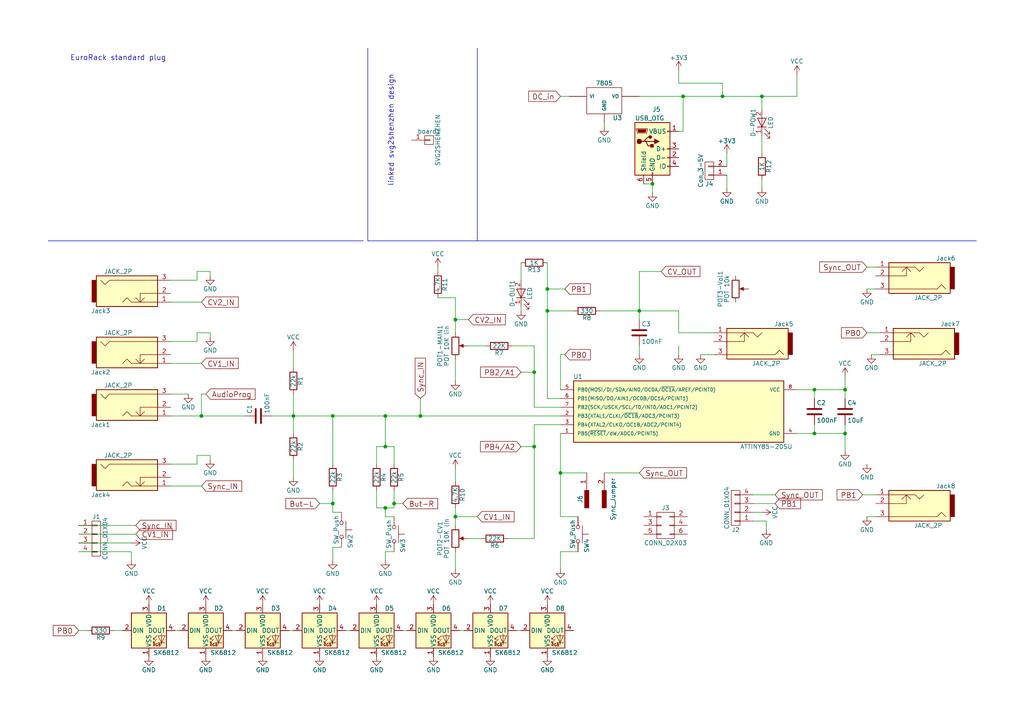
<source format=kicad_sch>
(kicad_sch (version 20230121) (generator eeschema)
  (paper "A4")
  (lib_symbols
    (symbol "8Bit_EuroRack-rescue:JACK_2P" (pin_names (offset 1.016))
      (property "Reference" "J" (at -8.89 -5.08 0))
      (property "Value" "JACK_2P" (at -3.81 6.35 0))
      (symbol "JACK_2P_0_1"
        (rectangle (start -11.43 3.81) (end -10.16 -2.54) (fill (type outline)))
        (polyline (pts (xy 3.81 0) (xy 7.62 0) (xy 7.62 0)))
        (polyline (pts (xy 0 -2.54) (xy -1.27 -1.27) (xy -2.54 -2.54) (xy -2.54 -2.54)))
        (polyline (pts (xy 0 -2.54) (xy 7.62 -2.54) (xy 7.62 -2.54) (xy 7.62 -2.54)))
        (polyline (pts (xy 1.27 -1.27) (xy 2.54 -2.54) (xy 3.81 -1.27) (xy 3.81 -1.27)))
        (polyline (pts (xy 3.81 0) (xy 2.54 0) (xy 2.54 -2.54) (xy 2.54 -2.54)))
        (polyline (pts (xy 7.62 3.81) (xy -6.35 3.81) (xy -7.62 2.54) (xy -8.89 3.81) (xy -8.89 3.81)))
        (rectangle (start 7.62 -3.81) (end -10.16 5.08) (stroke (width 0.254)) (fill (type background)))
      )
      (symbol "JACK_2P_1_1"
        (pin passive line (at 11.43 -2.54 180) (length 3.81) (name "~") (number "1"))
        (pin passive line (at 11.43 0 180) (length 3.81) (name "~") (number "2"))
        (pin passive line (at 11.43 3.81 180) (length 3.81) (name "~") (number "3"))
      )
    )
    (symbol "8Bit_eurorack_special:7805" (pin_numbers hide) (pin_names (offset 0.762))
      (property "Reference" "U" (at 3.81 -4.9784 0))
      (property "Value" "7805" (at 0 5.08 0))
      (symbol "7805_0_1"
        (rectangle (start -5.08 -3.81) (end 5.08 3.81))
      )
      (symbol "7805_1_1"
        (pin input line (at 0 -6.35 90) (length 2.54) (name "GND") (number "GND"))
        (pin input line (at -10.16 1.27 0) (length 5.08) (name "VI") (number "VI"))
        (pin power_out line (at 10.16 1.27 180) (length 5.08) (name "VO") (number "VO"))
      )
    )
    (symbol "8Bit_eurorack_special:ATTINY85-20SU" (pin_names (offset 1.016))
      (property "Reference" "U" (at -29.21 10.16 0))
      (property "Value" "ATTINY85-20SU" (at 25.4 -10.16 0))
      (symbol "ATTINY85-20SU_0_1"
        (rectangle (start -30.48 8.89) (end 30.48 -8.89) (stroke (width 0.254)) (fill (type background)))
      )
      (symbol "ATTINY85-20SU_1_1"
        (pin bidirectional line (at -34.29 -6.35 0) (length 3.81) (name "PB5(~{RESET}/dW/ADC0/PCINT5)") (number "1"))
        (pin bidirectional line (at -34.29 -1.27 0) (length 3.81) (name "PB3(XTAL1/CLKI/~{OC1B}/ADC3/PCINT3)") (number "2"))
        (pin bidirectional line (at -34.29 -3.81 0) (length 3.81) (name "PB4(XTAL2/CLKO/OC1B/ADC2/PCINT4)") (number "3"))
        (pin power_in line (at 34.29 -6.35 180) (length 3.81) (name "GND") (number "4"))
        (pin bidirectional line (at -34.29 6.35 0) (length 3.81) (name "PB0(MOSI/DI/SDA/AIN0/OC0A/~{OC1A}/AREF/PCINT0)") (number "5"))
        (pin bidirectional line (at -34.29 3.81 0) (length 3.81) (name "PB1(MISO/DO/AIN1/OC0B/OC1A/PCINT1)") (number "6"))
        (pin bidirectional line (at -34.29 1.27 0) (length 3.81) (name "PB2(SCK/USCK/SCL/T0/INT0/ADC1/PCINT2)") (number "7"))
        (pin power_in line (at 34.29 6.35 180) (length 3.81) (name "VCC") (number "8"))
      )
    )
    (symbol "8Bit_eurorack_special:C" (pin_numbers hide) (pin_names (offset 0.254))
      (property "Reference" "C" (at 0.635 2.54 0))
      (property "Value" "C" (at 0.635 -2.54 0))
      (symbol "C_0_1"
        (polyline (pts (xy -2.032 -0.762) (xy 2.032 -0.762)) (stroke (width 0.508)))
        (polyline (pts (xy -2.032 0.762) (xy 2.032 0.762)) (stroke (width 0.508)))
      )
      (symbol "C_1_1"
        (pin passive line (at 0 3.81 270) (length 2.794) (name "~") (number "1"))
        (pin passive line (at 0 -3.81 90) (length 2.794) (name "~") (number "2"))
      )
    )
    (symbol "8Bit_eurorack_special:CONN_01X01" (pin_names (offset 1.016) hide)
      (property "Reference" "J" (at 0 2.54 0))
      (property "Value" "CONN_01X01" (at 2.54 0 90))
      (symbol "CONN_01X01_0_1"
        (rectangle (start -1.27 0.127) (end 0.254 -0.127))
        (rectangle (start -1.27 1.27) (end 1.27 -1.27))
      )
      (symbol "CONN_01X01_1_1"
        (pin passive line (at -5.08 0 0) (length 3.81) (name "P1") (number "1"))
      )
    )
    (symbol "8Bit_eurorack_special:CONN_01X02" (pin_names (offset 1.016) hide)
      (property "Reference" "J" (at 0 3.81 0))
      (property "Value" "CONN_01X02" (at 2.54 0 90))
      (symbol "CONN_01X02_0_1"
        (rectangle (start -1.27 -1.143) (end 0.254 -1.397))
        (rectangle (start -1.27 1.397) (end 0.254 1.143))
        (rectangle (start -1.27 2.54) (end 1.27 -2.54))
      )
      (symbol "CONN_01X02_1_1"
        (pin passive line (at -5.08 1.27 0) (length 3.81) (name "P1") (number "1"))
        (pin passive line (at -5.08 -1.27 0) (length 3.81) (name "P2") (number "2"))
      )
    )
    (symbol "8Bit_eurorack_special:CONN_01X02_MALE" (pin_names (offset 1.016) hide)
      (property "Reference" "J" (at 0 4.445 0))
      (property "Value" "CONN_01X02_MALE" (at 0 -5.08 0))
      (symbol "CONN_01X02_MALE_0_1"
        (rectangle (start -2.54 -1.905) (end 2.54 -3.175) (fill (type outline)))
        (rectangle (start -2.54 3.175) (end -2.54 3.175))
        (rectangle (start 2.54 3.175) (end -2.54 1.905) (fill (type outline)))
      )
      (symbol "CONN_01X02_MALE_1_1"
        (pin passive line (at 7.62 2.54 180) (length 5.08) (name "1") (number "1"))
        (pin passive line (at 7.62 -2.54 180) (length 5.08) (name "2") (number "2"))
      )
    )
    (symbol "8Bit_eurorack_special:CONN_01X04" (pin_names (offset 1.016) hide)
      (property "Reference" "J" (at 0 6.35 0))
      (property "Value" "CONN_01X04" (at 2.54 0 90))
      (symbol "CONN_01X04_0_1"
        (rectangle (start -1.27 -3.683) (end 0.254 -3.937))
        (rectangle (start -1.27 -1.143) (end 0.254 -1.397))
        (rectangle (start -1.27 1.397) (end 0.254 1.143))
        (rectangle (start -1.27 3.937) (end 0.254 3.683))
        (rectangle (start -1.27 5.08) (end 1.27 -5.08))
      )
      (symbol "CONN_01X04_1_1"
        (pin passive line (at -5.08 3.81 0) (length 3.81) (name "P1") (number "1"))
        (pin passive line (at -5.08 1.27 0) (length 3.81) (name "P2") (number "2"))
        (pin passive line (at -5.08 -1.27 0) (length 3.81) (name "P3") (number "3"))
        (pin passive line (at -5.08 -3.81 0) (length 3.81) (name "P4") (number "4"))
      )
    )
    (symbol "8Bit_eurorack_special:CONN_02X03" (pin_names (offset 0.0254) hide)
      (property "Reference" "J" (at 0 5.08 0))
      (property "Value" "CONN_02X03" (at 0 -5.08 0))
      (symbol "CONN_02X03_0_1"
        (rectangle (start -2.54 -2.413) (end -1.27 -2.667))
        (rectangle (start -2.54 0.127) (end -1.27 -0.127))
        (rectangle (start -2.54 2.667) (end -1.27 2.413))
        (rectangle (start -2.54 3.81) (end 2.54 -3.81))
        (rectangle (start 1.27 -2.413) (end 2.54 -2.667))
        (rectangle (start 1.27 0.127) (end 2.54 -0.127))
        (rectangle (start 1.27 2.667) (end 2.54 2.413))
      )
      (symbol "CONN_02X03_1_1"
        (pin passive line (at -6.35 2.54 0) (length 3.81) (name "P1") (number "1"))
        (pin passive line (at 6.35 2.54 180) (length 3.81) (name "P2") (number "2"))
        (pin passive line (at -6.35 0 0) (length 3.81) (name "P3") (number "3"))
        (pin passive line (at 6.35 0 180) (length 3.81) (name "P4") (number "4"))
        (pin passive line (at -6.35 -2.54 0) (length 3.81) (name "P5") (number "5"))
        (pin passive line (at 6.35 -2.54 180) (length 3.81) (name "P6") (number "6"))
      )
    )
    (symbol "8Bit_eurorack_special:LED" (pin_names (offset 1.016) hide)
      (property "Reference" "D" (at 0 2.54 0))
      (property "Value" "LED" (at 0 -2.54 0))
      (symbol "LED_0_1"
        (polyline (pts (xy -1.27 -1.27) (xy -1.27 1.27)) (stroke (width 0.2032)))
        (polyline (pts (xy -1.27 0) (xy 1.27 0)))
        (polyline (pts (xy 1.27 -1.27) (xy 1.27 1.27) (xy -1.27 0) (xy 1.27 -1.27)) (stroke (width 0.2032)))
        (polyline (pts (xy -3.048 -0.762) (xy -4.572 -2.286) (xy -3.81 -2.286) (xy -4.572 -2.286) (xy -4.572 -1.524)))
        (polyline (pts (xy -1.778 -0.762) (xy -3.302 -2.286) (xy -2.54 -2.286) (xy -3.302 -2.286) (xy -3.302 -1.524)))
      )
      (symbol "LED_1_1"
        (pin passive line (at -3.81 0 0) (length 2.54) (name "K") (number "1"))
        (pin passive line (at 3.81 0 180) (length 2.54) (name "A") (number "2"))
      )
    )
    (symbol "8Bit_eurorack_special:POT" (pin_numbers hide) (pin_names (offset 1.016) hide)
      (property "Reference" "RV" (at -4.445 0 90))
      (property "Value" "POT" (at -2.54 0 90))
      (symbol "POT_0_1"
        (polyline (pts (xy 2.54 0) (xy 1.524 0)))
        (polyline (pts (xy 1.143 0) (xy 2.286 0.508) (xy 2.286 -0.508)) (fill (type outline)))
        (rectangle (start 1.016 2.54) (end -1.016 -2.54) (stroke (width 0.254)))
      )
      (symbol "POT_1_1"
        (pin passive line (at 0 3.81 270) (length 1.27) (name "1") (number "1"))
        (pin passive line (at 3.81 0 180) (length 1.27) (name "2") (number "2"))
        (pin passive line (at 0 -3.81 90) (length 1.27) (name "3") (number "3"))
      )
    )
    (symbol "8Bit_eurorack_special:R" (pin_numbers hide) (pin_names (offset 0))
      (property "Reference" "R" (at 2.032 0 90))
      (property "Value" "R" (at 0 0 90))
      (symbol "R_0_1"
        (rectangle (start -1.016 -2.54) (end 1.016 2.54) (stroke (width 0.254)))
      )
      (symbol "R_1_1"
        (pin passive line (at 0 3.81 270) (length 1.27) (name "~") (number "1"))
        (pin passive line (at 0 -3.81 90) (length 1.27) (name "~") (number "2"))
      )
    )
    (symbol "8Bit_eurorack_special:SK6812" (pin_names (offset 0.254))
      (property "Reference" "D" (at 5.08 5.715 0))
      (property "Value" "SK6812" (at 1.27 -5.715 0))
      (symbol "SK6812_0_0"
        (text "RGB" (at 2.286 -4.191 0) (effects (font (size 0.762 0.762))))
      )
      (symbol "SK6812_0_1"
        (polyline (pts (xy 1.27 -3.556) (xy 1.778 -3.556)))
        (polyline (pts (xy 1.27 -2.54) (xy 1.778 -2.54)))
        (polyline (pts (xy 4.699 -3.556) (xy 2.667 -3.556)))
        (polyline (pts (xy 2.286 -2.54) (xy 1.27 -3.556) (xy 1.27 -3.048)))
        (polyline (pts (xy 2.286 -1.524) (xy 1.27 -2.54) (xy 1.27 -2.032)))
        (polyline (pts (xy 3.683 -1.016) (xy 3.683 -3.556) (xy 3.683 -4.064)))
        (polyline (pts (xy 4.699 -1.524) (xy 2.667 -1.524) (xy 3.683 -3.556) (xy 4.699 -1.524)))
        (rectangle (start 5.08 5.08) (end -5.08 -5.08) (stroke (width 0.254)) (fill (type background)))
      )
      (symbol "SK6812_1_1"
        (pin power_in line (at 0 -7.62 90) (length 2.54) (name "VSS") (number "1"))
        (pin input line (at -7.62 0 0) (length 2.54) (name "DIN") (number "2"))
        (pin power_in line (at 0 7.62 270) (length 2.54) (name "VDD") (number "3"))
        (pin output line (at 7.62 0 180) (length 2.54) (name "DOUT") (number "4"))
      )
    )
    (symbol "8Bit_eurorack_special:SW_Push" (pin_numbers hide) (pin_names (offset 1.016) hide)
      (property "Reference" "SW" (at 1.27 2.54 0))
      (property "Value" "SW_Push" (at 0 -1.524 0))
      (symbol "SW_Push_0_1"
        (circle (center -2.032 0) (radius 0.508))
        (polyline (pts (xy 0 1.27) (xy 0 3.048)))
        (polyline (pts (xy 2.54 1.27) (xy -2.54 1.27)))
        (circle (center 2.032 0) (radius 0.508))
        (pin passive line (at -5.08 0 0) (length 2.54) (name "1") (number "1"))
        (pin passive line (at 5.08 0 180) (length 2.54) (name "2") (number "2"))
      )
    )
    (symbol "8Bit_eurorack_special:USB_OTG" (pin_names (offset 1.016))
      (property "Reference" "J" (at -5.08 11.43 0))
      (property "Value" "USB_OTG" (at -5.08 8.89 0))
      (symbol "USB_OTG_0_1"
        (rectangle (start -5.08 -7.62) (end 5.08 7.62) (stroke (width 0.254)) (fill (type background)))
        (circle (center -3.81 2.159) (radius 0.635) (stroke (width 0.254)) (fill (type outline)))
        (circle (center -0.635 3.429) (radius 0.381) (stroke (width 0.254)) (fill (type outline)))
        (rectangle (start -0.127 -7.62) (end 0.127 -6.858))
        (polyline (pts (xy -1.905 2.159) (xy 0.635 2.159)) (stroke (width 0.254)))
        (polyline (pts (xy -3.175 2.159) (xy -2.54 2.159) (xy -1.27 3.429) (xy -0.635 3.429)) (stroke (width 0.254)))
        (polyline (pts (xy -2.54 2.159) (xy -1.905 2.159) (xy -1.27 0.889) (xy 0 0.889)) (stroke (width 0.254)))
        (polyline (pts (xy 0.635 2.794) (xy 0.635 1.524) (xy 1.905 2.159) (xy 0.635 2.794)) (stroke (width 0.254)) (fill (type outline)))
        (polyline (pts (xy -4.318 5.588) (xy -1.778 5.588) (xy -2.032 4.826) (xy -4.064 4.826) (xy -4.318 5.588)) (fill (type outline)))
        (polyline (pts (xy -4.699 5.842) (xy -4.699 5.588) (xy -4.445 4.826) (xy -4.445 4.572) (xy -1.651 4.572) (xy -1.651 4.826) (xy -1.397 5.588) (xy -1.397 5.842) (xy -4.699 5.842)))
        (rectangle (start 0.254 1.27) (end -0.508 0.508) (stroke (width 0.254)) (fill (type outline)))
        (rectangle (start 5.08 -5.207) (end 4.318 -4.953))
        (rectangle (start 5.08 -2.667) (end 4.318 -2.413))
        (rectangle (start 5.08 -0.127) (end 4.318 0.127))
        (rectangle (start 5.08 4.953) (end 4.318 5.207))
      )
      (symbol "USB_OTG_1_1"
        (pin power_in line (at 7.62 5.08 180) (length 2.54) (name "VBUS") (number "1"))
        (pin passive line (at 7.62 -2.54 180) (length 2.54) (name "D-") (number "2"))
        (pin passive line (at 7.62 0 180) (length 2.54) (name "D+") (number "3"))
        (pin passive line (at 7.62 -5.08 180) (length 2.54) (name "ID") (number "4"))
        (pin power_in line (at 0 -10.16 90) (length 2.54) (name "GND") (number "5"))
        (pin passive line (at -2.54 -10.16 90) (length 2.54) (name "Shield") (number "6"))
      )
    )
    (symbol "power:+3V3" (power) (pin_names (offset 0))
      (property "Value" "+3V3" (at 0 3.556 0))
      (symbol "+3V3_0_1"
        (polyline (pts (xy -0.762 1.27) (xy 0 2.54)))
        (polyline (pts (xy 0 0) (xy 0 2.54)))
        (polyline (pts (xy 0 2.54) (xy 0.762 1.27)))
      )
      (symbol "+3V3_1_1"
        (pin power_in line (at 0 0 90) (length 0) hide (name "+3V3") (number "1"))
      )
    )
    (symbol "power:GND" (power) (pin_names (offset 0))
      (property "Value" "GND" (at 0 -3.81 0))
      (symbol "GND_0_1"
        (polyline (pts (xy 0 0) (xy 0 -1.27) (xy 1.27 -1.27) (xy 0 -2.54) (xy -1.27 -1.27) (xy 0 -1.27)))
      )
      (symbol "GND_1_1"
        (pin power_in line (at 0 0 270) (length 0) hide (name "GND") (number "1"))
      )
    )
    (symbol "power:VCC" (power) (pin_names (offset 0))
      (property "Value" "VCC" (at 0 3.81 0))
      (symbol "VCC_0_1"
        (polyline (pts (xy -0.762 1.27) (xy 0 2.54)))
        (polyline (pts (xy 0 0) (xy 0 2.54)))
        (polyline (pts (xy 0 2.54) (xy 0.762 1.27)))
      )
      (symbol "VCC_1_1"
        (pin power_in line (at 0 0 90) (length 0) hide (name "VCC") (number "1"))
      )
    )
  )
  (junction (at 121.92 120.65))
  (junction (at 111.76 129.54))
  (junction (at 154.94 107.95))
  (junction (at 189.23 53.34))
  (junction (at 154.94 129.54))
  (junction (at 245.11 125.73))
  (junction (at 58.42 120.65))
  (junction (at 220.98 27.94))
  (junction (at 158.75 90.17))
  (junction (at 85.09 120.65))
  (junction (at 158.75 83.82))
  (junction (at 96.52 120.65))
  (junction (at 111.76 147.32))
  (junction (at 132.08 92.71))
  (junction (at 111.76 120.65))
  (junction (at 209.55 27.94))
  (junction (at 162.56 137.16))
  (junction (at 236.22 125.73))
  (junction (at 114.3 146.05))
  (junction (at 198.12 27.94))
  (junction (at 236.22 113.03))
  (junction (at 96.52 146.05))
  (junction (at 132.08 149.86))
  (junction (at 245.11 113.03))
  (junction (at 185.42 90.17))
  (wire (pts (xy 85.09 133.35) (xy 85.09 138.43)))
  (wire (pts (xy 154.94 107.95) (xy 154.94 118.11)))
  (wire (pts (xy 196.85 24.13) (xy 209.55 24.13)))
  (wire (pts (xy 245.11 113.03) (xy 245.11 115.57)))
  (wire (pts (xy 231.14 113.03) (xy 236.22 113.03)))
  (wire (pts (xy 22.86 157.48) (xy 38.1 157.48)))
  (wire (pts (xy 175.26 35.56) (xy 175.26 36.83)))
  (wire (pts (xy 220.98 27.94) (xy 231.14 27.94)))
  (wire (pts (xy 210.82 50.8) (xy 210.82 54.61)))
  (wire (pts (xy 59.69 114.3) (xy 58.42 114.3)))
  (wire (pts (xy 49.53 87.63) (xy 58.42 87.63)))
  (wire (pts (xy 111.76 129.54) (xy 111.76 120.65)))
  (wire (pts (xy 49.53 140.97) (xy 58.42 140.97)))
  (wire (pts (xy 22.86 152.4) (xy 39.37 152.4)))
  (wire (pts (xy 151.13 76.2) (xy 151.13 81.28)))
  (wire (pts (xy 254 83.82) (xy 251.46 83.82)))
  (wire (pts (xy 224.79 146.05) (xy 218.44 146.05)))
  (wire (pts (xy 236.22 113.03) (xy 236.22 115.57)))
  (wire (pts (xy 196.85 96.52) (xy 207.01 96.52)))
  (wire (pts (xy 167.64 160.02) (xy 162.56 160.02)))
  (wire (pts (xy 189.23 53.34) (xy 186.69 53.34)))
  (wire (pts (xy 185.42 100.33) (xy 185.42 102.87)))
  (wire (pts (xy 118.11 182.88) (xy 116.84 182.88)))
  (wire (pts (xy 111.76 147.32) (xy 114.3 147.32)))
  (wire (pts (xy 196.85 20.32) (xy 196.85 24.13)))
  (wire (pts (xy 58.42 120.65) (xy 71.12 120.65)))
  (wire (pts (xy 57.15 132.08) (xy 60.96 132.08)))
  (wire (pts (xy 162.56 137.16) (xy 170.18 137.16)))
  (wire (pts (xy 209.55 27.94) (xy 220.98 27.94)))
  (wire (pts (xy 85.09 114.3) (xy 85.09 120.65)))
  (wire (pts (xy 109.22 129.54) (xy 109.22 134.62)))
  (wire (pts (xy 57.15 99.06) (xy 49.53 99.06)))
  (wire (pts (xy 148.59 100.33) (xy 154.94 100.33)))
  (wire (pts (xy 49.53 114.3) (xy 54.61 114.3)))
  (wire (pts (xy 109.22 129.54) (xy 111.76 129.54)))
  (wire (pts (xy 236.22 113.03) (xy 245.11 113.03)))
  (wire (pts (xy 254 77.47) (xy 251.46 77.47)))
  (wire (pts (xy 111.76 147.32) (xy 111.76 149.86)))
  (wire (pts (xy 111.76 120.65) (xy 121.92 120.65)))
  (wire (pts (xy 35.56 182.88) (xy 33.02 182.88)))
  (wire (pts (xy 111.76 160.02) (xy 111.76 162.56)))
  (wire (pts (xy 162.56 27.94) (xy 165.1 27.94)))
  (wire (pts (xy 85.09 101.6) (xy 85.09 106.68)))
  (wire (pts (xy 57.15 134.62) (xy 49.53 134.62)))
  (wire (pts (xy 68.58 182.88) (xy 67.31 182.88)))
  (wire (pts (xy 158.75 83.82) (xy 158.75 90.17)))
  (wire (pts (xy 22.86 160.02) (xy 38.1 160.02)))
  (wire (pts (xy 22.86 182.88) (xy 25.4 182.88)))
  (wire (pts (xy 162.56 137.16) (xy 162.56 149.86)))
  (wire (pts (xy 134.62 182.88) (xy 133.35 182.88)))
  (wire (pts (xy 85.09 182.88) (xy 83.82 182.88)))
  (wire (pts (xy 111.76 129.54) (xy 114.3 129.54)))
  (wire (pts (xy 127 77.47) (xy 127 78.74)))
  (wire (pts (xy 207.01 102.87) (xy 203.2 102.87)))
  (wire (pts (xy 154.94 123.19) (xy 162.56 123.19)))
  (wire (pts (xy 198.12 27.94) (xy 209.55 27.94)))
  (wire (pts (xy 58.42 114.3) (xy 58.42 120.65)))
  (wire (pts (xy 162.56 102.87) (xy 163.83 102.87)))
  (wire (pts (xy 231.14 125.73) (xy 236.22 125.73)))
  (wire (pts (xy 163.83 83.82) (xy 158.75 83.82)))
  (wire (pts (xy 78.74 120.65) (xy 85.09 120.65)))
  (wire (pts (xy 114.3 147.32) (xy 114.3 146.05)))
  (wire (pts (xy 116.84 146.05) (xy 114.3 146.05)))
  (wire (pts (xy 52.07 182.88) (xy 50.8 182.88)))
  (wire (pts (xy 255.27 96.52) (xy 251.46 96.52)))
  (wire (pts (xy 254 149.86) (xy 251.46 149.86)))
  (wire (pts (xy 135.89 92.71) (xy 132.08 92.71)))
  (wire (pts (xy 121.92 120.65) (xy 162.56 120.65)))
  (wire (pts (xy 196.85 100.33) (xy 196.85 102.87)))
  (wire (pts (xy 218.44 148.59) (xy 220.98 148.59)))
  (wire (pts (xy 114.3 160.02) (xy 111.76 160.02)))
  (wire (pts (xy 220.98 27.94) (xy 220.98 31.75)))
  (wire (pts (xy 158.75 90.17) (xy 166.37 90.17)))
  (polyline (pts (xy 106.68 69.85) (xy 283.21 69.85)))
  (wire (pts (xy 158.75 90.17) (xy 158.75 115.57)))
  (wire (pts (xy 254 143.51) (xy 250.19 143.51)))
  (wire (pts (xy 114.3 129.54) (xy 114.3 134.62)))
  (wire (pts (xy 57.15 78.74) (xy 57.15 81.28)))
  (wire (pts (xy 85.09 120.65) (xy 85.09 125.73)))
  (wire (pts (xy 185.42 90.17) (xy 185.42 92.71)))
  (wire (pts (xy 96.52 158.75) (xy 96.52 162.56)))
  (wire (pts (xy 185.42 27.94) (xy 198.12 27.94)))
  (wire (pts (xy 154.94 156.21) (xy 147.32 156.21)))
  (wire (pts (xy 132.08 149.86) (xy 132.08 152.4)))
  (wire (pts (xy 236.22 125.73) (xy 245.11 125.73)))
  (wire (pts (xy 154.94 100.33) (xy 154.94 107.95)))
  (wire (pts (xy 220.98 39.37) (xy 220.98 44.45)))
  (wire (pts (xy 57.15 132.08) (xy 57.15 134.62)))
  (wire (pts (xy 38.1 160.02) (xy 38.1 162.56)))
  (wire (pts (xy 101.6 182.88) (xy 100.33 182.88)))
  (wire (pts (xy 154.94 123.19) (xy 154.94 129.54)))
  (wire (pts (xy 236.22 125.73) (xy 236.22 123.19)))
  (wire (pts (xy 135.89 156.21) (xy 139.7 156.21)))
  (wire (pts (xy 96.52 134.62) (xy 96.52 120.65)))
  (wire (pts (xy 231.14 27.94) (xy 231.14 21.59)))
  (wire (pts (xy 189.23 53.34) (xy 189.23 55.88)))
  (wire (pts (xy 57.15 96.52) (xy 57.15 99.06)))
  (wire (pts (xy 222.25 151.13) (xy 222.25 153.67)))
  (wire (pts (xy 111.76 149.86) (xy 114.3 149.86)))
  (wire (pts (xy 96.52 120.65) (xy 111.76 120.65)))
  (wire (pts (xy 245.11 125.73) (xy 245.11 130.81)))
  (wire (pts (xy 151.13 129.54) (xy 154.94 129.54)))
  (wire (pts (xy 138.43 149.86) (xy 132.08 149.86)))
  (wire (pts (xy 162.56 149.86) (xy 167.64 149.86)))
  (wire (pts (xy 60.96 132.08) (xy 60.96 133.35)))
  (wire (pts (xy 158.75 115.57) (xy 162.56 115.57)))
  (wire (pts (xy 224.79 143.51) (xy 218.44 143.51)))
  (wire (pts (xy 96.52 146.05) (xy 96.52 148.59)))
  (wire (pts (xy 162.56 160.02) (xy 162.56 165.1)))
  (wire (pts (xy 57.15 96.52) (xy 60.96 96.52)))
  (wire (pts (xy 121.92 115.57) (xy 121.92 120.65)))
  (wire (pts (xy 49.53 105.41) (xy 58.42 105.41)))
  (wire (pts (xy 151.13 107.95) (xy 154.94 107.95)))
  (wire (pts (xy 132.08 104.14) (xy 132.08 110.49)))
  (wire (pts (xy 151.13 88.9) (xy 151.13 90.17)))
  (wire (pts (xy 255.27 102.87) (xy 252.73 102.87)))
  (wire (pts (xy 96.52 142.24) (xy 96.52 146.05)))
  (wire (pts (xy 132.08 147.32) (xy 132.08 149.86)))
  (wire (pts (xy 158.75 76.2) (xy 158.75 83.82)))
  (wire (pts (xy 154.94 118.11) (xy 162.56 118.11)))
  (wire (pts (xy 109.22 147.32) (xy 111.76 147.32)))
  (wire (pts (xy 114.3 146.05) (xy 114.3 142.24)))
  (wire (pts (xy 57.15 78.74) (xy 60.96 78.74)))
  (wire (pts (xy 109.22 142.24) (xy 109.22 147.32)))
  (wire (pts (xy 60.96 78.74) (xy 60.96 80.01)))
  (polyline (pts (xy 106.68 13.97) (xy 106.68 69.85)))
  (wire (pts (xy 49.53 120.65) (xy 58.42 120.65)))
  (wire (pts (xy 60.96 96.52) (xy 60.96 97.79)))
  (wire (pts (xy 245.11 109.22) (xy 245.11 113.03)))
  (wire (pts (xy 154.94 129.54) (xy 154.94 156.21)))
  (wire (pts (xy 99.06 158.75) (xy 96.52 158.75)))
  (wire (pts (xy 209.55 24.13) (xy 209.55 27.94)))
  (wire (pts (xy 245.11 123.19) (xy 245.11 125.73)))
  (wire (pts (xy 185.42 78.74) (xy 185.42 90.17)))
  (wire (pts (xy 173.99 90.17) (xy 185.42 90.17)))
  (polyline (pts (xy 105.41 69.85) (xy 13.97 69.85)))
  (polyline (pts (xy 138.43 13.97) (xy 138.43 69.85)))
  (wire (pts (xy 85.09 120.65) (xy 96.52 120.65)))
  (wire (pts (xy 220.98 52.07) (xy 220.98 54.61)))
  (wire (pts (xy 132.08 92.71) (xy 132.08 96.52)))
  (wire (pts (xy 210.82 44.45) (xy 210.82 48.26)))
  (wire (pts (xy 57.15 81.28) (xy 49.53 81.28)))
  (wire (pts (xy 185.42 78.74) (xy 191.77 78.74)))
  (wire (pts (xy 196.85 90.17) (xy 196.85 96.52)))
  (wire (pts (xy 96.52 148.59) (xy 99.06 148.59)))
  (wire (pts (xy 22.86 154.94) (xy 39.37 154.94)))
  (wire (pts (xy 132.08 160.02) (xy 132.08 165.1)))
  (wire (pts (xy 127 86.36) (xy 132.08 86.36)))
  (wire (pts (xy 132.08 135.89) (xy 132.08 139.7)))
  (wire (pts (xy 162.56 125.73) (xy 162.56 137.16)))
  (wire (pts (xy 196.85 38.1) (xy 198.12 38.1)))
  (wire (pts (xy 132.08 86.36) (xy 132.08 92.71)))
  (wire (pts (xy 198.12 38.1) (xy 198.12 27.94)))
  (wire (pts (xy 135.89 100.33) (xy 140.97 100.33)))
  (wire (pts (xy 151.13 182.88) (xy 149.86 182.88)))
  (wire (pts (xy 185.42 90.17) (xy 196.85 90.17)))
  (wire (pts (xy 92.71 146.05) (xy 96.52 146.05)))
  (wire (pts (xy 175.26 137.16) (xy 185.42 137.16)))
  (wire (pts (xy 218.44 151.13) (xy 222.25 151.13)))
  (wire (pts (xy 162.56 113.03) (xy 162.56 102.87)))
  (text "linked svg2shenzhen design" (at 114.3 21.59 90) (effects (font (size 1.524 1.524)) (justify right bottom)))
  (text "EuroRack standard plug" (at 20.32 17.78 0) (effects (font (size 1.524 1.524)) (justify left bottom)))
  (global_label "PB4/A2" (shape input) (at 151.13 129.54 180) (effects (font (size 1.524 1.524))) (property "Intersheetrefs" "${INTERSHEET_REFS}" (effects hide)))
  (global_label "Sync_OUT" (shape input) (at 185.42 137.16 0) (effects (font (size 1.524 1.524))) (property "Intersheetrefs" "${INTERSHEET_REFS}" (effects hide)))
  (global_label "Sync_IN" (shape input) (at 58.42 140.97 0) (effects (font (size 1.524 1.524))) (property "Intersheetrefs" "${INTERSHEET_REFS}" (effects hide)))
  (global_label "PB1" (shape input) (at 224.79 146.05 0) (effects (font (size 1.524 1.524))) (property "Intersheetrefs" "${INTERSHEET_REFS}" (effects hide)))
  (global_label "CV_OUT" (shape input) (at 191.77 78.74 0) (effects (font (size 1.524 1.524))) (property "Intersheetrefs" "${INTERSHEET_REFS}" (effects hide)))
  (global_label "CV1_IN" (shape input) (at 39.37 154.94 0) (effects (font (size 1.524 1.524))) (property "Intersheetrefs" "${INTERSHEET_REFS}" (effects hide)))
  (global_label "PB2/A1" (shape input) (at 151.13 107.95 180) (effects (font (size 1.524 1.524))) (property "Intersheetrefs" "${INTERSHEET_REFS}" (effects hide)))
  (global_label "AudioProg" (shape input) (at 59.69 114.3 0) (effects (font (size 1.524 1.524))) (property "Intersheetrefs" "${INTERSHEET_REFS}" (effects hide)))
  (global_label "DC_in" (shape input) (at 162.56 27.94 180) (effects (font (size 1.524 1.524))) (property "Intersheetrefs" "${INTERSHEET_REFS}" (effects hide)))
  (global_label "Sync_OUT" (shape input) (at 251.46 77.47 180) (effects (font (size 1.524 1.524))) (property "Intersheetrefs" "${INTERSHEET_REFS}" (effects hide)))
  (global_label "PB1" (shape input) (at 163.83 83.82 0) (effects (font (size 1.524 1.524))) (property "Intersheetrefs" "${INTERSHEET_REFS}" (effects hide)))
  (global_label "PB1" (shape input) (at 250.19 143.51 180) (effects (font (size 1.524 1.524))) (property "Intersheetrefs" "${INTERSHEET_REFS}" (effects hide)))
  (global_label "PB0" (shape input) (at 22.86 182.88 180) (effects (font (size 1.524 1.524))) (property "Intersheetrefs" "${INTERSHEET_REFS}" (effects hide)))
  (global_label "Sync_IN" (shape input) (at 121.92 115.57 90) (effects (font (size 1.524 1.524))) (property "Intersheetrefs" "${INTERSHEET_REFS}" (effects hide)))
  (global_label "Sync_IN" (shape input) (at 39.37 152.4 0) (effects (font (size 1.524 1.524))) (property "Intersheetrefs" "${INTERSHEET_REFS}" (effects hide)))
  (global_label "PB0" (shape input) (at 251.46 96.52 180) (effects (font (size 1.524 1.524))) (property "Intersheetrefs" "${INTERSHEET_REFS}" (effects hide)))
  (global_label "CV2_IN" (shape input) (at 58.42 87.63 0) (effects (font (size 1.524 1.524))) (property "Intersheetrefs" "${INTERSHEET_REFS}" (effects hide)))
  (global_label "But-R" (shape input) (at 116.84 146.05 0) (effects (font (size 1.524 1.524))) (property "Intersheetrefs" "${INTERSHEET_REFS}" (effects hide)))
  (global_label "CV2_IN" (shape input) (at 135.89 92.71 0) (effects (font (size 1.524 1.524))) (property "Intersheetrefs" "${INTERSHEET_REFS}" (effects hide)))
  (global_label "CV1_IN" (shape input) (at 58.42 105.41 0) (effects (font (size 1.524 1.524))) (property "Intersheetrefs" "${INTERSHEET_REFS}" (effects hide)))
  (global_label "PB0" (shape input) (at 163.83 102.87 0) (effects (font (size 1.524 1.524))) (property "Intersheetrefs" "${INTERSHEET_REFS}" (effects hide)))
  (global_label "But-L" (shape input) (at 92.71 146.05 180) (effects (font (size 1.524 1.524))) (property "Intersheetrefs" "${INTERSHEET_REFS}" (effects hide)))
  (global_label "Sync_OUT" (shape input) (at 224.79 143.51 0) (effects (font (size 1.524 1.524))) (property "Intersheetrefs" "${INTERSHEET_REFS}" (effects hide)))
  (global_label "CV1_IN" (shape input) (at 138.43 149.86 0) (effects (font (size 1.524 1.524))) (property "Intersheetrefs" "${INTERSHEET_REFS}" (effects hide)))
  (symbol (lib_id "8Bit_eurorack_special:POT") (at 132.08 156.21 0) (unit 1)
    (property "Reference" "POT2-CV1" (at 127.635 156.21 90))
    (property "Value" "POT 10K lin" (at 129.54 156.21 90))
    (property "Footprint" "8BitMixtape_Stomp:Mixtape_Pot_Alps_RK09L_Sleve_Single_Horizontal" (effects hide))
  )
  (symbol (lib_id "8Bit_eurorack_special:POT") (at 132.08 100.33 0) (unit 1)
    (property "Reference" "POT1-MAIN1" (at 127.635 100.33 90))
    (property "Value" "POT 10K lin" (at 129.54 100.33 90))
    (property "Footprint" "8BitMixtape_Stomp:Mixtape_Pot_Alps_RK09L_Sleve_Single_Horizontal" (effects hide))
  )
  (symbol (lib_id "8Bit_eurorack_special:POT") (at 213.36 83.82 0) (unit 1)
    (property "Reference" "POT3-Vol1" (at 208.915 83.82 90))
    (property "Value" "POT 10k" (at 210.82 83.82 90))
    (property "Footprint" "8BitMixtape_Stomp:Mixtape_Pot_Alps_RK09L_Sleve_Single_Horizontal" (effects hide))
  )
  (symbol (lib_id "8Bit_eurorack_special:R") (at 127 82.55 0) (unit 1)
    (property "Reference" "R11" (at 129.032 82.55 90))
    (property "Value" "4.7K" (at 127 82.55 90))
    (property "Footprint" "8Bitmixtape_reworked:R_1206_HandSoldering" (effects hide))
  )
  (symbol (lib_id "8Bit_eurorack_special:R") (at 132.08 143.51 0) (unit 1)
    (property "Reference" "R10" (at 134.112 143.51 90))
    (property "Value" "4.7K" (at 132.08 143.51 90))
    (property "Footprint" "8Bitmixtape_reworked:R_1206_HandSoldering" (effects hide))
  )
  (symbol (lib_id "8Bit_eurorack_special:C") (at 74.93 120.65 90) (unit 1)
    (property "Reference" "C1" (at 72.39 120.015 0) (effects (justify left)))
    (property "Value" "100nF" (at 77.47 120.015 0) (effects (justify left)))
    (property "Footprint" "8Bit_Eurorack:C_1206_HandSoldering" (effects hide))
  )
  (symbol (lib_id "8Bit_eurorack_special:C") (at 236.22 119.38 0) (unit 1)
    (property "Reference" "C2" (at 236.855 116.84 0) (effects (justify left)))
    (property "Value" "100nF" (at 236.855 121.92 0) (effects (justify left)))
    (property "Footprint" "8Bit_Eurorack:C_1206_HandSoldering" (effects hide))
  )
  (symbol (lib_id "8Bit_eurorack_special:C") (at 185.42 96.52 0) (unit 1)
    (property "Reference" "C3" (at 186.055 93.98 0) (effects (justify left)))
    (property "Value" "100nF" (at 186.055 99.06 0) (effects (justify left)))
    (property "Footprint" "8Bit_Eurorack:C_1206_HandSoldering" (effects hide))
  )
  (symbol (lib_id "power:GND") (at 132.08 110.49 0) (unit 1)
    (property "Reference" "#PWR01" (effects hide))
    (property "Value" "GND" (at 132.08 114.3 0))
  )
  (symbol (lib_id "power:VCC") (at 127 77.47 0) (unit 1)
    (property "Reference" "#PWR02" (effects hide))
    (property "Value" "VCC" (at 127 73.66 0))
  )
  (symbol (lib_id "power:VCC") (at 132.08 135.89 0) (unit 1)
    (property "Reference" "#PWR03" (effects hide))
    (property "Value" "VCC" (at 132.08 132.08 0))
  )
  (symbol (lib_id "8Bit_eurorack_special:R") (at 144.78 100.33 270) (unit 1)
    (property "Reference" "R7" (at 144.78 102.362 90))
    (property "Value" "22K" (at 144.78 100.33 90))
    (property "Footprint" "8Bitmixtape_reworked:R_1206_HandSoldering" (effects hide))
  )
  (symbol (lib_id "8Bit_eurorack_special:R") (at 143.51 156.21 270) (unit 1)
    (property "Reference" "R6" (at 143.51 158.242 90))
    (property "Value" "22K" (at 143.51 156.21 90))
    (property "Footprint" "8Bitmixtape_reworked:R_1206_HandSoldering" (effects hide))
  )
  (symbol (lib_id "8Bit_eurorack_special:R") (at 85.09 110.49 0) (unit 1)
    (property "Reference" "R1" (at 87.122 110.49 90))
    (property "Value" "22k" (at 85.09 110.49 90))
    (property "Footprint" "8Bitmixtape_reworked:R_1206_HandSoldering" (effects hide))
  )
  (symbol (lib_id "8Bit_eurorack_special:R") (at 85.09 129.54 0) (unit 1)
    (property "Reference" "R2" (at 87.122 129.54 90))
    (property "Value" "22k" (at 85.09 129.54 90))
    (property "Footprint" "8Bitmixtape_reworked:R_1206_HandSoldering" (effects hide))
  )
  (symbol (lib_id "power:GND") (at 85.09 138.43 0) (unit 1)
    (property "Reference" "#PWR04" (effects hide))
    (property "Value" "GND" (at 85.09 142.24 0))
  )
  (symbol (lib_id "power:VCC") (at 85.09 101.6 0) (unit 1)
    (property "Reference" "#PWR05" (effects hide))
    (property "Value" "VCC" (at 85.09 97.79 0))
  )
  (symbol (lib_id "power:GND") (at 132.08 165.1 0) (unit 1)
    (property "Reference" "#PWR06" (effects hide))
    (property "Value" "GND" (at 132.08 168.91 0))
  )
  (symbol (lib_id "8Bit_eurorack_special:R") (at 96.52 138.43 0) (unit 1)
    (property "Reference" "R3" (at 98.552 138.43 90))
    (property "Value" "22k" (at 96.52 138.43 90))
    (property "Footprint" "8Bitmixtape_reworked:R_1206_HandSoldering" (effects hide))
  )
  (symbol (lib_id "8Bit_eurorack_special:R") (at 109.22 138.43 0) (unit 1)
    (property "Reference" "R4" (at 111.252 138.43 90))
    (property "Value" "22k" (at 109.22 138.43 90))
    (property "Footprint" "8Bitmixtape_reworked:R_1206_HandSoldering" (effects hide))
  )
  (symbol (lib_id "8Bit_eurorack_special:R") (at 114.3 138.43 0) (unit 1)
    (property "Reference" "R5" (at 116.332 138.43 90))
    (property "Value" "22k" (at 114.3 138.43 90))
    (property "Footprint" "8Bitmixtape_reworked:R_1206_HandSoldering" (effects hide))
  )
  (symbol (lib_id "power:GND") (at 111.76 162.56 0) (unit 1)
    (property "Reference" "#PWR07" (effects hide))
    (property "Value" "GND" (at 111.76 166.37 0))
  )
  (symbol (lib_id "power:GND") (at 96.52 162.56 0) (unit 1)
    (property "Reference" "#PWR08" (effects hide))
    (property "Value" "GND" (at 96.52 166.37 0))
  )
  (symbol (lib_id "8Bit_eurorack_special:R") (at 170.18 90.17 270) (unit 1)
    (property "Reference" "R8" (at 170.18 92.202 90))
    (property "Value" "330" (at 170.18 90.17 90))
    (property "Footprint" "8Bitmixtape_reworked:R_1206_HandSoldering" (effects hide))
  )
  (symbol (lib_id "power:GND") (at 185.42 102.87 0) (unit 1)
    (property "Reference" "#PWR09" (effects hide))
    (property "Value" "GND" (at 185.42 106.68 0))
  )
  (symbol (lib_id "power:GND") (at 196.85 102.87 0) (unit 1)
    (property "Reference" "#PWR048" (effects hide))
    (property "Value" "GND" (at 196.85 106.68 0))
  )
  (symbol (lib_id "power:GND") (at 251.46 134.62 0) (unit 1)
    (property "Reference" "#PWR010" (effects hide))
    (property "Value" "GND" (at 251.46 138.43 0))
  )
  (symbol (lib_id "power:GND") (at 60.96 97.79 0) (unit 1)
    (property "Reference" "#PWR011" (effects hide))
    (property "Value" "GND" (at 60.96 101.6 0))
  )
  (symbol (lib_id "power:GND") (at 38.1 162.56 0) (unit 1)
    (property "Reference" "#PWR012" (effects hide))
    (property "Value" "GND" (at 38.1 166.37 0))
  )
  (symbol (lib_id "power:VCC") (at 38.1 157.48 270) (unit 1)
    (property "Reference" "#PWR013" (effects hide))
    (property "Value" "VCC" (at 41.91 157.48 0))
  )
  (symbol (lib_id "8Bit_eurorack_special:CONN_01X02_MALE") (at 172.72 144.78 90) (unit 1)
    (property "Reference" "J6" (at 168.275 144.78 0))
    (property "Value" "Sync_Jumper" (at 177.8 144.78 0))
    (property "Footprint" "8Bit_Eurorack:Sync_jumper" (effects hide))
  )
  (symbol (lib_id "8Bit_eurorack_special:C") (at 245.11 119.38 0) (unit 1)
    (property "Reference" "C4" (at 245.745 116.84 0) (effects (justify left)))
    (property "Value" "10uF" (at 245.745 121.92 0) (effects (justify left)))
    (property "Footprint" "8Bit_Eurorack:C_1206_HandSoldering" (effects hide))
  )
  (symbol (lib_id "power:VCC") (at 245.11 109.22 0) (unit 1)
    (property "Reference" "#PWR014" (effects hide))
    (property "Value" "VCC" (at 245.11 105.41 0))
  )
  (symbol (lib_id "power:GND") (at 245.11 130.81 0) (unit 1)
    (property "Reference" "#PWR015" (effects hide))
    (property "Value" "GND" (at 245.11 134.62 0))
  )
  (symbol (lib_id "power:GND") (at 162.56 165.1 0) (unit 1)
    (property "Reference" "#PWR016" (effects hide))
    (property "Value" "GND" (at 162.56 168.91 0))
  )
  (symbol (lib_id "8Bit_eurorack_special:ATTINY85-20SU") (at 196.85 119.38 0) (unit 1)
    (property "Reference" "U1" (at 167.64 109.22 0))
    (property "Value" "ATTINY85-20SU" (at 222.25 129.54 0))
    (property "Footprint" "8Bit_Eurorack:Attiny_DIP-8_W7.62mm_mod" (effects hide))
  )
  (symbol (lib_id "8Bit_eurorack_special:SW_Push") (at 99.06 153.67 270) (unit 1)
    (property "Reference" "SW2" (at 101.6 154.94 0) (effects (justify left)))
    (property "Value" "SW_Push" (at 97.536 153.67 0))
    (property "Footprint" "8Bit_Eurorack:TACTILE-PTH_6mm_SMD" (effects hide))
  )
  (symbol (lib_id "8Bit_eurorack_special:SW_Push") (at 114.3 154.94 270) (unit 1)
    (property "Reference" "SW3" (at 116.84 156.21 0) (effects (justify left)))
    (property "Value" "SW_Push" (at 112.776 154.94 0))
    (property "Footprint" "8Bit_Eurorack:TACTILE-PTH_6mm_SMD" (effects hide))
  )
  (symbol (lib_id "8Bit_eurorack_special:LED") (at 151.13 85.09 90) (unit 1)
    (property "Reference" "D-OUT1" (at 148.59 85.09 0))
    (property "Value" "LED" (at 153.67 85.09 0))
    (property "Footprint" "8Bit_Eurorack:LED_2835_minimal" (effects hide))
  )
  (symbol (lib_id "8Bit_eurorack_special:R") (at 154.94 76.2 270) (unit 1)
    (property "Reference" "R13" (at 154.94 78.232 90))
    (property "Value" "1K" (at 154.94 76.2 90))
    (property "Footprint" "8Bitmixtape_reworked:R_1206_HandSoldering" (effects hide))
  )
  (symbol (lib_id "power:GND") (at 151.13 90.17 0) (unit 1)
    (property "Reference" "#PWR017" (effects hide))
    (property "Value" "GND" (at 151.13 93.98 0))
  )
  (symbol (lib_id "8Bit_eurorack_special:7805") (at 175.26 29.21 0) (unit 1)
    (property "Reference" "U3" (at 179.07 34.1884 0))
    (property "Value" "7805" (at 175.26 24.13 0))
    (property "Footprint" "TO_SOT_Packages_SMD:TO-252-3_TabPin2" (effects hide))
  )
  (symbol (lib_id "power:GND") (at 175.26 36.83 0) (unit 1)
    (property "Reference" "#PWR018" (effects hide))
    (property "Value" "GND" (at 175.26 40.64 0))
  )
  (symbol (lib_id "power:VCC") (at 231.14 21.59 0) (unit 1)
    (property "Reference" "#PWR019" (effects hide))
    (property "Value" "VCC" (at 231.14 17.78 0))
  )
  (symbol (lib_id "8Bit_eurorack_special:USB_OTG") (at 189.23 43.18 0) (unit 1)
    (property "Reference" "J5" (at 189.23 31.75 0) (effects (justify left)))
    (property "Value" "USB_OTG" (at 184.15 34.29 0) (effects (justify left)))
    (property "Footprint" "8Bit_Eurorack:USB_Micro-B" (effects hide))
  )
  (symbol (lib_id "power:GND") (at 189.23 55.88 0) (unit 1)
    (property "Reference" "#PWR020" (effects hide))
    (property "Value" "GND" (at 189.23 59.69 0))
  )
  (symbol (lib_id "8Bit_eurorack_special:LED") (at 220.98 35.56 90) (unit 1)
    (property "Reference" "D-POW1" (at 218.44 35.56 0))
    (property "Value" "LED" (at 223.52 35.56 0))
    (property "Footprint" "8Bit_Eurorack:LED_2835_minimal" (effects hide))
  )
  (symbol (lib_id "8Bit_eurorack_special:R") (at 220.98 48.26 0) (unit 1)
    (property "Reference" "R12" (at 223.012 48.26 90))
    (property "Value" "1K" (at 220.98 48.26 90))
    (property "Footprint" "8Bitmixtape_reworked:R_1206_HandSoldering" (effects hide))
  )
  (symbol (lib_id "power:GND") (at 220.98 54.61 0) (unit 1)
    (property "Reference" "#PWR021" (effects hide))
    (property "Value" "GND" (at 220.98 58.42 0))
  )
  (symbol (lib_id "8Bit_eurorack_special:SW_Push") (at 167.64 154.94 270) (unit 1)
    (property "Reference" "SW4" (at 170.18 156.21 0) (effects (justify left)))
    (property "Value" "SW_Push" (at 166.116 154.94 0))
    (property "Footprint" "8Bit_Eurorack:SW_SPST_FSMSM" (effects hide))
  )
  (symbol (lib_id "8Bit_eurorack_special:CONN_02X03") (at 193.04 152.4 0) (unit 1)
    (property "Reference" "J3" (at 193.04 147.32 0))
    (property "Value" "CONN_02X03" (at 193.04 157.48 0))
    (property "Footprint" "8Bit_Eurorack:Socket_Strip_Straight_2x03_Pitch2.54mm" (effects hide))
  )
  (symbol (lib_id "8Bit_eurorack_special:CONN_01X04") (at 213.36 147.32 180) (unit 1)
    (property "Reference" "J2" (at 213.36 153.67 0))
    (property "Value" "CONN_01X04" (at 210.82 147.32 90))
    (property "Footprint" "8Bit_Eurorack:Angled_1x04_Pitch2.54mm-flip" (effects hide))
  )
  (symbol (lib_id "power:GND") (at 222.25 153.67 0) (unit 1)
    (property "Reference" "#PWR022" (effects hide))
    (property "Value" "GND" (at 222.25 157.48 0))
  )
  (symbol (lib_id "power:VCC") (at 220.98 148.59 270) (unit 1)
    (property "Reference" "#PWR023" (effects hide))
    (property "Value" "VCC" (at 224.79 148.59 0))
  )
  (symbol (lib_id "8Bit_eurorack_special:CONN_01X02") (at 205.74 49.53 180) (unit 1)
    (property "Reference" "J4" (at 205.74 53.34 0))
    (property "Value" "Con_3-5V" (at 203.2 49.53 90))
    (property "Footprint" "8Bit_Eurorack:Bat_connector_SMD" (effects hide))
  )
  (symbol (lib_id "power:GND") (at 210.82 54.61 0) (unit 1)
    (property "Reference" "#PWR024" (effects hide))
    (property "Value" "GND" (at 210.82 58.42 0))
  )
  (symbol (lib_id "power:+3V3") (at 196.85 20.32 0) (unit 1)
    (property "Reference" "#PWR025" (effects hide))
    (property "Value" "+3V3" (at 196.85 16.764 0))
  )
  (symbol (lib_id "power:+3V3") (at 210.82 44.45 0) (unit 1)
    (property "Reference" "#PWR026" (effects hide))
    (property "Value" "+3V3" (at 210.82 40.894 0))
  )
  (symbol (lib_id "power:GND") (at 43.18 190.5 0) (unit 1)
    (property "Reference" "#PWR027" (effects hide))
    (property "Value" "GND" (at 43.18 194.31 0))
  )
  (symbol (lib_id "power:VCC") (at 43.18 175.26 0) (unit 1)
    (property "Reference" "#PWR028" (effects hide))
    (property "Value" "VCC" (at 43.18 171.45 0))
  )
  (symbol (lib_id "8Bit_eurorack_special:R") (at 29.21 182.88 270) (unit 1)
    (property "Reference" "R9" (at 29.21 184.912 90))
    (property "Value" "330" (at 29.21 182.88 90))
    (property "Footprint" "8Bitmixtape_reworked:R_1206_HandSoldering" (effects hide))
  )
  (symbol (lib_id "8Bit_eurorack_special:CONN_01X01") (at 124.46 40.64 0) (unit 1)
    (property "Reference" "board1" (at 124.46 38.1 0))
    (property "Value" "SVG2SHENZHEN" (at 127 40.64 90))
    (property "Footprint" "8Bit_Eurorack:8Bit_EuroRack-NEO" (effects hide))
  )
  (symbol (lib_id "8Bit_eurorack_special:CONN_01X04") (at 27.94 156.21 0) (unit 1)
    (property "Reference" "J1" (at 27.94 149.86 0))
    (property "Value" "CONN_01X04" (at 30.48 156.21 90))
    (property "Footprint" "8Bit_Eurorack:Angled_1x04_Pitch2.54mm-flip" (effects hide))
  )
  (symbol (lib_id "power:GND") (at 59.69 190.5 0) (unit 1)
    (property "Reference" "#PWR029" (effects hide))
    (property "Value" "GND" (at 59.69 194.31 0))
  )
  (symbol (lib_id "power:VCC") (at 59.69 175.26 0) (unit 1)
    (property "Reference" "#PWR030" (effects hide))
    (property "Value" "VCC" (at 59.69 171.45 0))
  )
  (symbol (lib_id "power:GND") (at 76.2 190.5 0) (unit 1)
    (property "Reference" "#PWR031" (effects hide))
    (property "Value" "GND" (at 76.2 194.31 0))
  )
  (symbol (lib_id "power:VCC") (at 76.2 175.26 0) (unit 1)
    (property "Reference" "#PWR032" (effects hide))
    (property "Value" "VCC" (at 76.2 171.45 0))
  )
  (symbol (lib_id "power:GND") (at 92.71 190.5 0) (unit 1)
    (property "Reference" "#PWR033" (effects hide))
    (property "Value" "GND" (at 92.71 194.31 0))
  )
  (symbol (lib_id "power:VCC") (at 92.71 175.26 0) (unit 1)
    (property "Reference" "#PWR034" (effects hide))
    (property "Value" "VCC" (at 92.71 171.45 0))
  )
  (symbol (lib_id "power:GND") (at 109.22 190.5 0) (unit 1)
    (property "Reference" "#PWR035" (effects hide))
    (property "Value" "GND" (at 109.22 194.31 0))
  )
  (symbol (lib_id "power:VCC") (at 109.22 175.26 0) (unit 1)
    (property "Reference" "#PWR036" (effects hide))
    (property "Value" "VCC" (at 109.22 171.45 0))
  )
  (symbol (lib_id "power:GND") (at 125.73 190.5 0) (unit 1)
    (property "Reference" "#PWR037" (effects hide))
    (property "Value" "GND" (at 125.73 194.31 0))
  )
  (symbol (lib_id "power:VCC") (at 125.73 175.26 0) (unit 1)
    (property "Reference" "#PWR038" (effects hide))
    (property "Value" "VCC" (at 125.73 171.45 0))
  )
  (symbol (lib_id "power:GND") (at 142.24 190.5 0) (unit 1)
    (property "Reference" "#PWR039" (effects hide))
    (property "Value" "GND" (at 142.24 194.31 0))
  )
  (symbol (lib_id "power:VCC") (at 142.24 175.26 0) (unit 1)
    (property "Reference" "#PWR040" (effects hide))
    (property "Value" "VCC" (at 142.24 171.45 0))
  )
  (symbol (lib_id "power:GND") (at 158.75 190.5 0) (unit 1)
    (property "Reference" "#PWR041" (effects hide))
    (property "Value" "GND" (at 158.75 194.31 0))
  )
  (symbol (lib_id "power:VCC") (at 158.75 175.26 0) (unit 1)
    (property "Reference" "#PWR042" (effects hide))
    (property "Value" "VCC" (at 158.75 171.45 0))
  )
  (symbol (lib_id "8Bit_eurorack_special:SK6812") (at 43.18 182.88 0) (unit 1)
    (property "Reference" "D1" (at 48.26 177.165 0) (effects (justify right bottom)))
    (property "Value" "SK6812" (at 44.45 188.595 0) (effects (justify left top)))
    (property "Footprint" "8Bit_Eurorack:Mixtape_NEO_WS2812B" (effects hide))
  )
  (symbol (lib_id "8Bit_eurorack_special:SK6812") (at 59.69 182.88 0) (unit 1)
    (property "Reference" "D2" (at 64.77 177.165 0) (effects (justify right bottom)))
    (property "Value" "SK6812" (at 60.96 188.595 0) (effects (justify left top)))
    (property "Footprint" "8Bit_Eurorack:Mixtape_NEO_WS2812B" (effects hide))
  )
  (symbol (lib_id "8Bit_eurorack_special:SK6812") (at 76.2 182.88 0) (unit 1)
    (property "Reference" "D3" (at 81.28 177.165 0) (effects (justify right bottom)))
    (property "Value" "SK6812" (at 77.47 188.595 0) (effects (justify left top)))
    (property "Footprint" "8Bit_Eurorack:Mixtape_NEO_WS2812B" (effects hide))
  )
  (symbol (lib_id "8Bit_eurorack_special:SK6812") (at 92.71 182.88 0) (unit 1)
    (property "Reference" "D4" (at 97.79 177.165 0) (effects (justify right bottom)))
    (property "Value" "SK6812" (at 93.98 188.595 0) (effects (justify left top)))
    (property "Footprint" "8Bit_Eurorack:Mixtape_NEO_WS2812B" (effects hide))
  )
  (symbol (lib_id "8Bit_eurorack_special:SK6812") (at 109.22 182.88 0) (unit 1)
    (property "Reference" "D5" (at 114.3 177.165 0) (effects (justify right bottom)))
    (property "Value" "SK6812" (at 110.49 188.595 0) (effects (justify left top)))
    (property "Footprint" "8Bit_Eurorack:Mixtape_NEO_WS2812B" (effects hide))
  )
  (symbol (lib_id "8Bit_eurorack_special:SK6812") (at 125.73 182.88 0) (unit 1)
    (property "Reference" "D6" (at 130.81 177.165 0) (effects (justify right bottom)))
    (property "Value" "SK6812" (at 127 188.595 0) (effects (justify left top)))
    (property "Footprint" "8Bit_Eurorack:Mixtape_NEO_WS2812B" (effects hide))
  )
  (symbol (lib_id "8Bit_eurorack_special:SK6812") (at 142.24 182.88 0) (unit 1)
    (property "Reference" "D7" (at 147.32 177.165 0) (effects (justify right bottom)))
    (property "Value" "SK6812" (at 143.51 188.595 0) (effects (justify left top)))
    (property "Footprint" "8Bit_Eurorack:Mixtape_NEO_WS2812B" (effects hide))
  )
  (symbol (lib_id "8Bit_eurorack_special:SK6812") (at 158.75 182.88 0) (unit 1)
    (property "Reference" "D8" (at 163.83 177.165 0) (effects (justify right bottom)))
    (property "Value" "SK6812" (at 160.02 188.595 0) (effects (justify left top)))
    (property "Footprint" "8Bit_Eurorack:Mixtape_NEO_WS2812B" (effects hide))
  )
  (symbol (lib_id "8Bit_EuroRack-rescue:JACK_2P") (at 265.43 80.01 180) (unit 1)
    (property "Reference" "Jack6" (at 274.32 74.93 0))
    (property "Value" "JACK_2P" (at 269.24 86.36 0))
    (property "Footprint" "8Bit_Eurorack:PJ301M-12" (effects hide))
  )
  (symbol (lib_id "8Bit_EuroRack-rescue:JACK_2P") (at 265.43 146.05 180) (unit 1)
    (property "Reference" "Jack8" (at 274.32 140.97 0))
    (property "Value" "JACK_2P" (at 269.24 152.4 0))
    (property "Footprint" "8Bit_Eurorack:PJ301M-12" (effects hide))
  )
  (symbol (lib_id "8Bit_EuroRack-rescue:JACK_2P") (at 218.44 99.06 180) (unit 1)
    (property "Reference" "Jack5" (at 227.33 93.98 0))
    (property "Value" "JACK_2P" (at 222.25 105.41 0))
    (property "Footprint" "8Bit_Eurorack:PJ301M-12" (effects hide))
  )
  (symbol (lib_id "power:GND") (at 251.46 149.86 0) (unit 1)
    (property "Reference" "#PWR046" (effects hide))
    (property "Value" "GND" (at 251.46 153.67 0))
  )
  (symbol (lib_id "8Bit_EuroRack-rescue:JACK_2P") (at 38.1 102.87 0) (unit 1)
    (property "Reference" "Jack2" (at 29.21 107.95 0))
    (property "Value" "JACK_2P" (at 34.29 96.52 0))
    (property "Footprint" "8Bit_Eurorack:PJ301M-12" (effects hide))
  )
  (symbol (lib_id "8Bit_EuroRack-rescue:JACK_2P") (at 38.1 118.11 0) (unit 1)
    (property "Reference" "Jack1" (at 29.21 123.19 0))
    (property "Value" "JACK_2P" (at 34.29 111.76 0))
    (property "Footprint" "8Bit_Eurorack:PJ301M-12" (effects hide))
  )
  (symbol (lib_id "power:GND") (at 203.2 102.87 0) (unit 1)
    (property "Reference" "#PWR047" (effects hide))
    (property "Value" "GND" (at 203.2 106.68 0))
  )
  (symbol (lib_id "power:GND") (at 54.61 114.3 0) (unit 1)
    (property "Reference" "#PWR043" (effects hide))
    (property "Value" "GND" (at 54.61 118.11 0))
  )
  (symbol (lib_id "power:GND") (at 60.96 80.01 0) (unit 1)
    (property "Reference" "#PWR044" (effects hide))
    (property "Value" "GND" (at 60.96 83.82 0))
  )
  (symbol (lib_id "8Bit_EuroRack-rescue:JACK_2P") (at 38.1 85.09 0) (unit 1)
    (property "Reference" "Jack3" (at 29.21 90.17 0))
    (property "Value" "JACK_2P" (at 34.29 78.74 0))
    (property "Footprint" "8Bit_Eurorack:PJ301M-12" (effects hide))
  )
  (symbol (lib_id "power:GND") (at 60.96 133.35 0) (unit 1)
    (property "Reference" "#PWR045" (effects hide))
    (property "Value" "GND" (at 60.96 137.16 0))
  )
  (symbol (lib_id "8Bit_EuroRack-rescue:JACK_2P") (at 38.1 138.43 0) (unit 1)
    (property "Reference" "Jack4" (at 29.21 143.51 0))
    (property "Value" "JACK_2P" (at 34.29 132.08 0))
    (property "Footprint" "8Bit_Eurorack:PJ301M-12" (effects hide))
  )
  (symbol (lib_id "power:GND") (at 251.46 83.82 0) (unit 1)
    (property "Reference" "#PWR049" (effects hide))
    (property "Value" "GND" (at 251.46 87.63 0))
  )
  (symbol (lib_id "8Bit_EuroRack-rescue:JACK_2P") (at 266.7 99.06 180) (unit 1)
    (property "Reference" "Jack7" (at 275.59 93.98 0))
    (property "Value" "JACK_2P" (at 270.51 105.41 0))
    (property "Footprint" "8Bit_Eurorack:PJ301M-12" (effects hide))
  )
  (symbol (lib_id "power:GND") (at 252.73 102.87 0) (unit 1)
    (property "Reference" "#PWR050" (effects hide))
    (property "Value" "GND" (at 252.73 106.68 0))
  )
)
</source>
